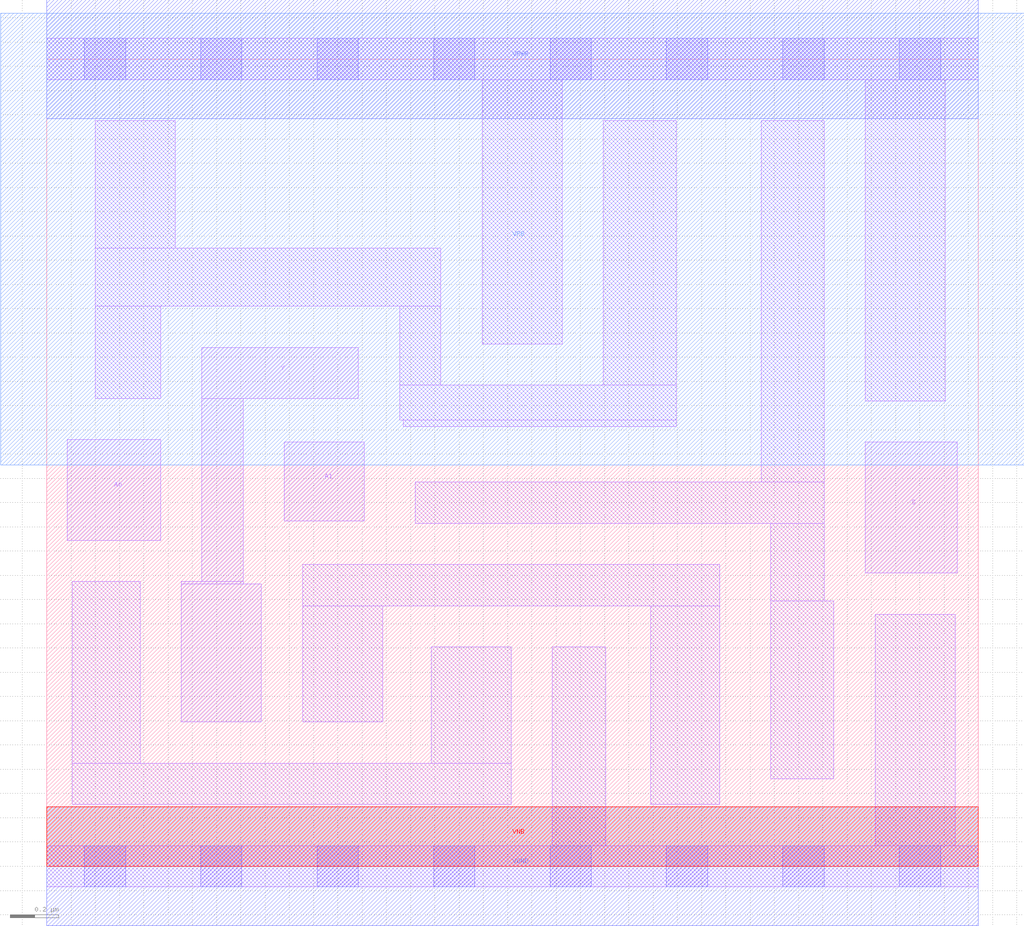
<source format=lef>
# Copyright 2020 The SkyWater PDK Authors
#
# Licensed under the Apache License, Version 2.0 (the "License");
# you may not use this file except in compliance with the License.
# You may obtain a copy of the License at
#
#     https://www.apache.org/licenses/LICENSE-2.0
#
# Unless required by applicable law or agreed to in writing, software
# distributed under the License is distributed on an "AS IS" BASIS,
# WITHOUT WARRANTIES OR CONDITIONS OF ANY KIND, either express or implied.
# See the License for the specific language governing permissions and
# limitations under the License.
#
# SPDX-License-Identifier: Apache-2.0

VERSION 5.7 ;
  NOWIREEXTENSIONATPIN ON ;
  DIVIDERCHAR "/" ;
  BUSBITCHARS "[]" ;
MACRO sky130_fd_sc_lp__mux2i_1
  CLASS CORE ;
  FOREIGN sky130_fd_sc_lp__mux2i_1 ;
  ORIGIN  0.000000  0.000000 ;
  SIZE  3.840000 BY  3.330000 ;
  SYMMETRY X Y R90 ;
  SITE unit ;
  PIN A0
    ANTENNAGATEAREA  0.315000 ;
    DIRECTION INPUT ;
    USE SIGNAL ;
    PORT
      LAYER li1 ;
        RECT 0.085000 1.345000 0.470000 1.760000 ;
    END
  END A0
  PIN A1
    ANTENNAGATEAREA  0.315000 ;
    DIRECTION INPUT ;
    USE SIGNAL ;
    PORT
      LAYER li1 ;
        RECT 0.980000 1.425000 1.310000 1.750000 ;
    END
  END A1
  PIN S
    ANTENNAGATEAREA  0.630000 ;
    DIRECTION INPUT ;
    USE SIGNAL ;
    PORT
      LAYER li1 ;
        RECT 3.375000 1.210000 3.755000 1.750000 ;
    END
  END S
  PIN Y
    ANTENNADIFFAREA  0.693000 ;
    DIRECTION OUTPUT ;
    USE SIGNAL ;
    PORT
      LAYER li1 ;
        RECT 0.555000 0.595000 0.885000 1.165000 ;
        RECT 0.555000 1.165000 0.810000 1.175000 ;
        RECT 0.640000 1.175000 0.810000 1.930000 ;
        RECT 0.640000 1.930000 1.285000 2.140000 ;
    END
  END Y
  PIN VGND
    DIRECTION INOUT ;
    USE GROUND ;
    PORT
      LAYER met1 ;
        RECT 0.000000 -0.245000 3.840000 0.245000 ;
    END
  END VGND
  PIN VNB
    DIRECTION INOUT ;
    USE GROUND ;
    PORT
      LAYER pwell ;
        RECT 0.000000 0.000000 3.840000 0.245000 ;
    END
  END VNB
  PIN VPB
    DIRECTION INOUT ;
    USE POWER ;
    PORT
      LAYER nwell ;
        RECT -0.190000 1.655000 4.030000 3.520000 ;
    END
  END VPB
  PIN VPWR
    DIRECTION INOUT ;
    USE POWER ;
    PORT
      LAYER met1 ;
        RECT 0.000000 3.085000 3.840000 3.575000 ;
    END
  END VPWR
  OBS
    LAYER li1 ;
      RECT 0.000000 -0.085000 3.840000 0.085000 ;
      RECT 0.000000  3.245000 3.840000 3.415000 ;
      RECT 0.105000  0.255000 1.915000 0.425000 ;
      RECT 0.105000  0.425000 0.385000 1.175000 ;
      RECT 0.200000  1.930000 0.470000 2.310000 ;
      RECT 0.200000  2.310000 1.625000 2.550000 ;
      RECT 0.200000  2.550000 0.530000 3.075000 ;
      RECT 1.055000  0.595000 1.385000 1.075000 ;
      RECT 1.055000  1.075000 2.775000 1.245000 ;
      RECT 1.455000  1.840000 2.595000 1.985000 ;
      RECT 1.455000  1.985000 1.625000 2.310000 ;
      RECT 1.470000  1.815000 2.595000 1.840000 ;
      RECT 1.520000  1.415000 3.205000 1.585000 ;
      RECT 1.585000  0.425000 1.915000 0.905000 ;
      RECT 1.795000  2.155000 2.125000 3.245000 ;
      RECT 2.085000  0.085000 2.305000 0.905000 ;
      RECT 2.295000  1.985000 2.595000 3.075000 ;
      RECT 2.490000  0.255000 2.775000 1.075000 ;
      RECT 2.945000  1.585000 3.205000 3.075000 ;
      RECT 2.985000  0.360000 3.245000 1.095000 ;
      RECT 2.985000  1.095000 3.205000 1.415000 ;
      RECT 3.375000  1.920000 3.705000 3.245000 ;
      RECT 3.415000  0.085000 3.745000 1.040000 ;
    LAYER mcon ;
      RECT 0.155000 -0.085000 0.325000 0.085000 ;
      RECT 0.155000  3.245000 0.325000 3.415000 ;
      RECT 0.635000 -0.085000 0.805000 0.085000 ;
      RECT 0.635000  3.245000 0.805000 3.415000 ;
      RECT 1.115000 -0.085000 1.285000 0.085000 ;
      RECT 1.115000  3.245000 1.285000 3.415000 ;
      RECT 1.595000 -0.085000 1.765000 0.085000 ;
      RECT 1.595000  3.245000 1.765000 3.415000 ;
      RECT 2.075000 -0.085000 2.245000 0.085000 ;
      RECT 2.075000  3.245000 2.245000 3.415000 ;
      RECT 2.555000 -0.085000 2.725000 0.085000 ;
      RECT 2.555000  3.245000 2.725000 3.415000 ;
      RECT 3.035000 -0.085000 3.205000 0.085000 ;
      RECT 3.035000  3.245000 3.205000 3.415000 ;
      RECT 3.515000 -0.085000 3.685000 0.085000 ;
      RECT 3.515000  3.245000 3.685000 3.415000 ;
  END
END sky130_fd_sc_lp__mux2i_1
END LIBRARY

</source>
